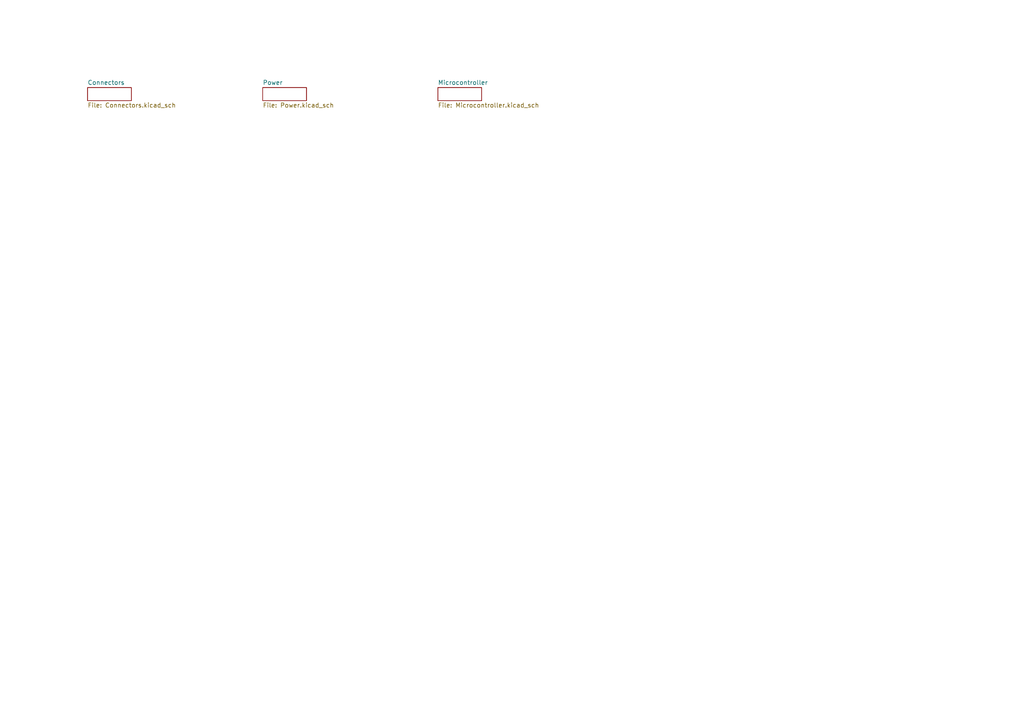
<source format=kicad_sch>
(kicad_sch (version 20211123) (generator eeschema)
  (paper "A4")
  (lib_symbols)
  (sheet (at 76.2 25.4) (size 12.7 3.81)
    (property "Sheet name" "Power" (at 76.2 24.6884 0) (effects (justify left bottom)))
    (property "Sheet file" "Power.kicad_sch" (at 76.2 29.7946 0) (effects (justify left top)))
  )
  (sheet (at 127 25.4) (size 12.7 3.81)
    (property "Sheet name" "Microcontroller" (at 127 24.6884 0) (effects (justify left bottom)))
    (property "Sheet file" "Microcontroller.kicad_sch" (at 127 29.7946 0) (effects (justify left top)))
  )
  (sheet (at 25.4 25.4) (size 12.7 3.81)
    (property "Sheet name" "Connectors" (at 25.4 24.6884 0) (effects (justify left bottom)))
    (property "Sheet file" "Connectors.kicad_sch" (at 25.4 29.7946 0) (effects (justify left top)))
  )
)
</source>
